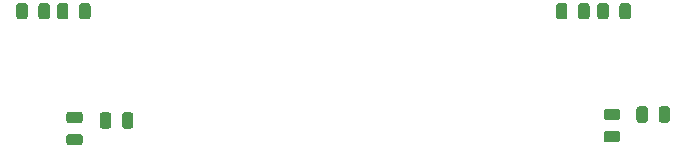
<source format=gbr>
G04 #@! TF.GenerationSoftware,KiCad,Pcbnew,(5.1.6-0-10_14)*
G04 #@! TF.CreationDate,2020-08-03T23:57:46+09:00*
G04 #@! TF.ProjectId,teabiscuits_power,74656162-6973-4637-9569-74735f706f77,rev?*
G04 #@! TF.SameCoordinates,Original*
G04 #@! TF.FileFunction,Paste,Top*
G04 #@! TF.FilePolarity,Positive*
%FSLAX46Y46*%
G04 Gerber Fmt 4.6, Leading zero omitted, Abs format (unit mm)*
G04 Created by KiCad (PCBNEW (5.1.6-0-10_14)) date 2020-08-03 23:57:46*
%MOMM*%
%LPD*%
G01*
G04 APERTURE LIST*
G04 APERTURE END LIST*
G36*
G01*
X124300000Y-70043750D02*
X124300000Y-70956250D01*
G75*
G02*
X124056250Y-71200000I-243750J0D01*
G01*
X123568750Y-71200000D01*
G75*
G02*
X123325000Y-70956250I0J243750D01*
G01*
X123325000Y-70043750D01*
G75*
G02*
X123568750Y-69800000I243750J0D01*
G01*
X124056250Y-69800000D01*
G75*
G02*
X124300000Y-70043750I0J-243750D01*
G01*
G37*
G36*
G01*
X126175000Y-70043750D02*
X126175000Y-70956250D01*
G75*
G02*
X125931250Y-71200000I-243750J0D01*
G01*
X125443750Y-71200000D01*
G75*
G02*
X125200000Y-70956250I0J243750D01*
G01*
X125200000Y-70043750D01*
G75*
G02*
X125443750Y-69800000I243750J0D01*
G01*
X125931250Y-69800000D01*
G75*
G02*
X126175000Y-70043750I0J-243750D01*
G01*
G37*
G36*
G01*
X127737500Y-70043750D02*
X127737500Y-70956250D01*
G75*
G02*
X127493750Y-71200000I-243750J0D01*
G01*
X127006250Y-71200000D01*
G75*
G02*
X126762500Y-70956250I0J243750D01*
G01*
X126762500Y-70043750D01*
G75*
G02*
X127006250Y-69800000I243750J0D01*
G01*
X127493750Y-69800000D01*
G75*
G02*
X127737500Y-70043750I0J-243750D01*
G01*
G37*
G36*
G01*
X129612500Y-70043750D02*
X129612500Y-70956250D01*
G75*
G02*
X129368750Y-71200000I-243750J0D01*
G01*
X128881250Y-71200000D01*
G75*
G02*
X128637500Y-70956250I0J243750D01*
G01*
X128637500Y-70043750D01*
G75*
G02*
X128881250Y-69800000I243750J0D01*
G01*
X129368750Y-69800000D01*
G75*
G02*
X129612500Y-70043750I0J-243750D01*
G01*
G37*
G36*
G01*
X174387500Y-70956250D02*
X174387500Y-70043750D01*
G75*
G02*
X174631250Y-69800000I243750J0D01*
G01*
X175118750Y-69800000D01*
G75*
G02*
X175362500Y-70043750I0J-243750D01*
G01*
X175362500Y-70956250D01*
G75*
G02*
X175118750Y-71200000I-243750J0D01*
G01*
X174631250Y-71200000D01*
G75*
G02*
X174387500Y-70956250I0J243750D01*
G01*
G37*
G36*
G01*
X172512500Y-70956250D02*
X172512500Y-70043750D01*
G75*
G02*
X172756250Y-69800000I243750J0D01*
G01*
X173243750Y-69800000D01*
G75*
G02*
X173487500Y-70043750I0J-243750D01*
G01*
X173487500Y-70956250D01*
G75*
G02*
X173243750Y-71200000I-243750J0D01*
G01*
X172756250Y-71200000D01*
G75*
G02*
X172512500Y-70956250I0J243750D01*
G01*
G37*
G36*
G01*
X170887500Y-70956250D02*
X170887500Y-70043750D01*
G75*
G02*
X171131250Y-69800000I243750J0D01*
G01*
X171618750Y-69800000D01*
G75*
G02*
X171862500Y-70043750I0J-243750D01*
G01*
X171862500Y-70956250D01*
G75*
G02*
X171618750Y-71200000I-243750J0D01*
G01*
X171131250Y-71200000D01*
G75*
G02*
X170887500Y-70956250I0J243750D01*
G01*
G37*
G36*
G01*
X169012500Y-70956250D02*
X169012500Y-70043750D01*
G75*
G02*
X169256250Y-69800000I243750J0D01*
G01*
X169743750Y-69800000D01*
G75*
G02*
X169987500Y-70043750I0J-243750D01*
G01*
X169987500Y-70956250D01*
G75*
G02*
X169743750Y-71200000I-243750J0D01*
G01*
X169256250Y-71200000D01*
G75*
G02*
X169012500Y-70956250I0J243750D01*
G01*
G37*
G36*
G01*
X127793750Y-80887500D02*
X128706250Y-80887500D01*
G75*
G02*
X128950000Y-81131250I0J-243750D01*
G01*
X128950000Y-81618750D01*
G75*
G02*
X128706250Y-81862500I-243750J0D01*
G01*
X127793750Y-81862500D01*
G75*
G02*
X127550000Y-81618750I0J243750D01*
G01*
X127550000Y-81131250D01*
G75*
G02*
X127793750Y-80887500I243750J0D01*
G01*
G37*
G36*
G01*
X127793750Y-79012500D02*
X128706250Y-79012500D01*
G75*
G02*
X128950000Y-79256250I0J-243750D01*
G01*
X128950000Y-79743750D01*
G75*
G02*
X128706250Y-79987500I-243750J0D01*
G01*
X127793750Y-79987500D01*
G75*
G02*
X127550000Y-79743750I0J243750D01*
G01*
X127550000Y-79256250D01*
G75*
G02*
X127793750Y-79012500I243750J0D01*
G01*
G37*
G36*
G01*
X132262500Y-80206250D02*
X132262500Y-79293750D01*
G75*
G02*
X132506250Y-79050000I243750J0D01*
G01*
X132993750Y-79050000D01*
G75*
G02*
X133237500Y-79293750I0J-243750D01*
G01*
X133237500Y-80206250D01*
G75*
G02*
X132993750Y-80450000I-243750J0D01*
G01*
X132506250Y-80450000D01*
G75*
G02*
X132262500Y-80206250I0J243750D01*
G01*
G37*
G36*
G01*
X130387500Y-80206250D02*
X130387500Y-79293750D01*
G75*
G02*
X130631250Y-79050000I243750J0D01*
G01*
X131118750Y-79050000D01*
G75*
G02*
X131362500Y-79293750I0J-243750D01*
G01*
X131362500Y-80206250D01*
G75*
G02*
X131118750Y-80450000I-243750J0D01*
G01*
X130631250Y-80450000D01*
G75*
G02*
X130387500Y-80206250I0J243750D01*
G01*
G37*
G36*
G01*
X177700000Y-79706250D02*
X177700000Y-78793750D01*
G75*
G02*
X177943750Y-78550000I243750J0D01*
G01*
X178431250Y-78550000D01*
G75*
G02*
X178675000Y-78793750I0J-243750D01*
G01*
X178675000Y-79706250D01*
G75*
G02*
X178431250Y-79950000I-243750J0D01*
G01*
X177943750Y-79950000D01*
G75*
G02*
X177700000Y-79706250I0J243750D01*
G01*
G37*
G36*
G01*
X175825000Y-79706250D02*
X175825000Y-78793750D01*
G75*
G02*
X176068750Y-78550000I243750J0D01*
G01*
X176556250Y-78550000D01*
G75*
G02*
X176800000Y-78793750I0J-243750D01*
G01*
X176800000Y-79706250D01*
G75*
G02*
X176556250Y-79950000I-243750J0D01*
G01*
X176068750Y-79950000D01*
G75*
G02*
X175825000Y-79706250I0J243750D01*
G01*
G37*
G36*
G01*
X173293750Y-80637500D02*
X174206250Y-80637500D01*
G75*
G02*
X174450000Y-80881250I0J-243750D01*
G01*
X174450000Y-81368750D01*
G75*
G02*
X174206250Y-81612500I-243750J0D01*
G01*
X173293750Y-81612500D01*
G75*
G02*
X173050000Y-81368750I0J243750D01*
G01*
X173050000Y-80881250D01*
G75*
G02*
X173293750Y-80637500I243750J0D01*
G01*
G37*
G36*
G01*
X173293750Y-78762500D02*
X174206250Y-78762500D01*
G75*
G02*
X174450000Y-79006250I0J-243750D01*
G01*
X174450000Y-79493750D01*
G75*
G02*
X174206250Y-79737500I-243750J0D01*
G01*
X173293750Y-79737500D01*
G75*
G02*
X173050000Y-79493750I0J243750D01*
G01*
X173050000Y-79006250D01*
G75*
G02*
X173293750Y-78762500I243750J0D01*
G01*
G37*
M02*

</source>
